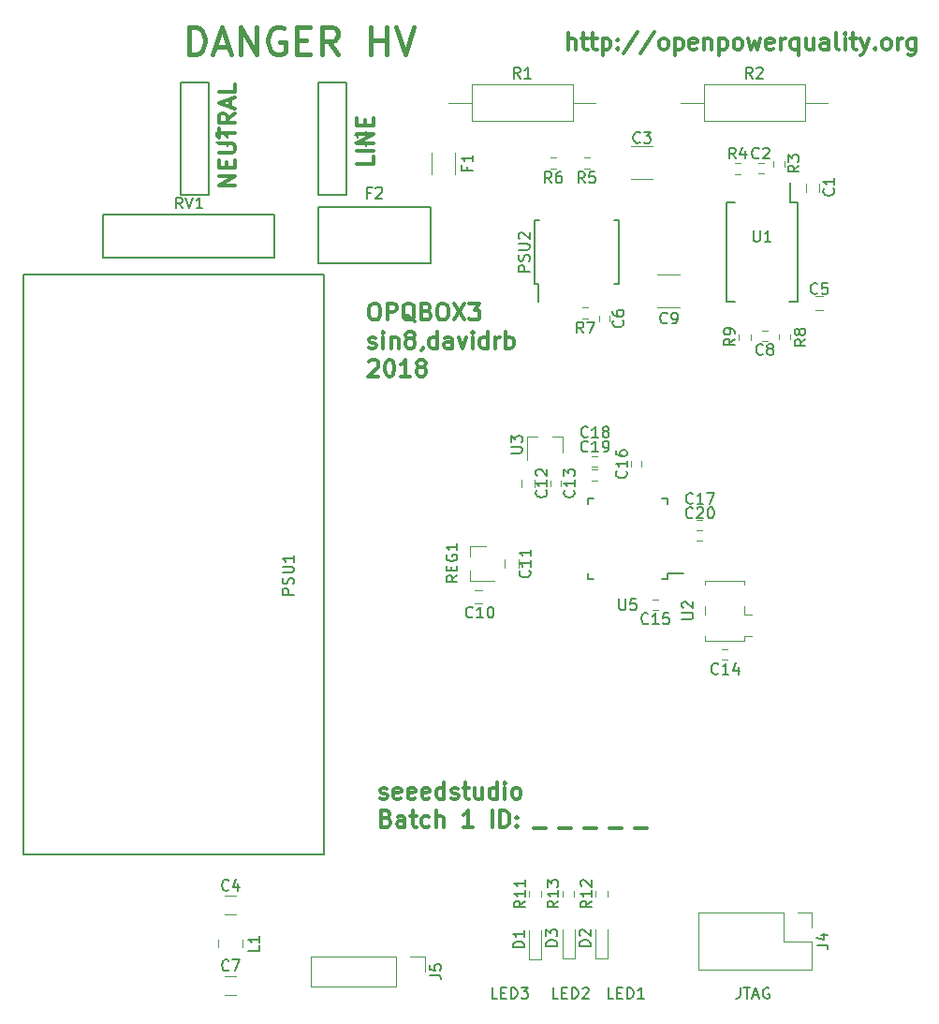
<source format=gbr>
G04 #@! TF.FileFunction,Legend,Top*
%FSLAX46Y46*%
G04 Gerber Fmt 4.6, Leading zero omitted, Abs format (unit mm)*
G04 Created by KiCad (PCBNEW 4.0.7) date Tue Aug  7 16:53:50 2018*
%MOMM*%
%LPD*%
G01*
G04 APERTURE LIST*
%ADD10C,0.100000*%
%ADD11C,0.300000*%
%ADD12C,0.200000*%
%ADD13C,0.400000*%
%ADD14C,0.150000*%
%ADD15C,0.120000*%
G04 APERTURE END LIST*
D10*
D11*
X129285714Y-139332143D02*
X129428571Y-139403571D01*
X129714286Y-139403571D01*
X129857143Y-139332143D01*
X129928571Y-139189286D01*
X129928571Y-139117857D01*
X129857143Y-138975000D01*
X129714286Y-138903571D01*
X129500000Y-138903571D01*
X129357143Y-138832143D01*
X129285714Y-138689286D01*
X129285714Y-138617857D01*
X129357143Y-138475000D01*
X129500000Y-138403571D01*
X129714286Y-138403571D01*
X129857143Y-138475000D01*
X131142857Y-139332143D02*
X131000000Y-139403571D01*
X130714286Y-139403571D01*
X130571429Y-139332143D01*
X130500000Y-139189286D01*
X130500000Y-138617857D01*
X130571429Y-138475000D01*
X130714286Y-138403571D01*
X131000000Y-138403571D01*
X131142857Y-138475000D01*
X131214286Y-138617857D01*
X131214286Y-138760714D01*
X130500000Y-138903571D01*
X132428571Y-139332143D02*
X132285714Y-139403571D01*
X132000000Y-139403571D01*
X131857143Y-139332143D01*
X131785714Y-139189286D01*
X131785714Y-138617857D01*
X131857143Y-138475000D01*
X132000000Y-138403571D01*
X132285714Y-138403571D01*
X132428571Y-138475000D01*
X132500000Y-138617857D01*
X132500000Y-138760714D01*
X131785714Y-138903571D01*
X133714285Y-139332143D02*
X133571428Y-139403571D01*
X133285714Y-139403571D01*
X133142857Y-139332143D01*
X133071428Y-139189286D01*
X133071428Y-138617857D01*
X133142857Y-138475000D01*
X133285714Y-138403571D01*
X133571428Y-138403571D01*
X133714285Y-138475000D01*
X133785714Y-138617857D01*
X133785714Y-138760714D01*
X133071428Y-138903571D01*
X135071428Y-139403571D02*
X135071428Y-137903571D01*
X135071428Y-139332143D02*
X134928571Y-139403571D01*
X134642857Y-139403571D01*
X134499999Y-139332143D01*
X134428571Y-139260714D01*
X134357142Y-139117857D01*
X134357142Y-138689286D01*
X134428571Y-138546429D01*
X134499999Y-138475000D01*
X134642857Y-138403571D01*
X134928571Y-138403571D01*
X135071428Y-138475000D01*
X135714285Y-139332143D02*
X135857142Y-139403571D01*
X136142857Y-139403571D01*
X136285714Y-139332143D01*
X136357142Y-139189286D01*
X136357142Y-139117857D01*
X136285714Y-138975000D01*
X136142857Y-138903571D01*
X135928571Y-138903571D01*
X135785714Y-138832143D01*
X135714285Y-138689286D01*
X135714285Y-138617857D01*
X135785714Y-138475000D01*
X135928571Y-138403571D01*
X136142857Y-138403571D01*
X136285714Y-138475000D01*
X136785714Y-138403571D02*
X137357143Y-138403571D01*
X137000000Y-137903571D02*
X137000000Y-139189286D01*
X137071428Y-139332143D01*
X137214286Y-139403571D01*
X137357143Y-139403571D01*
X138500000Y-138403571D02*
X138500000Y-139403571D01*
X137857143Y-138403571D02*
X137857143Y-139189286D01*
X137928571Y-139332143D01*
X138071429Y-139403571D01*
X138285714Y-139403571D01*
X138428571Y-139332143D01*
X138500000Y-139260714D01*
X139857143Y-139403571D02*
X139857143Y-137903571D01*
X139857143Y-139332143D02*
X139714286Y-139403571D01*
X139428572Y-139403571D01*
X139285714Y-139332143D01*
X139214286Y-139260714D01*
X139142857Y-139117857D01*
X139142857Y-138689286D01*
X139214286Y-138546429D01*
X139285714Y-138475000D01*
X139428572Y-138403571D01*
X139714286Y-138403571D01*
X139857143Y-138475000D01*
X140571429Y-139403571D02*
X140571429Y-138403571D01*
X140571429Y-137903571D02*
X140500000Y-137975000D01*
X140571429Y-138046429D01*
X140642857Y-137975000D01*
X140571429Y-137903571D01*
X140571429Y-138046429D01*
X141500001Y-139403571D02*
X141357143Y-139332143D01*
X141285715Y-139260714D01*
X141214286Y-139117857D01*
X141214286Y-138689286D01*
X141285715Y-138546429D01*
X141357143Y-138475000D01*
X141500001Y-138403571D01*
X141714286Y-138403571D01*
X141857143Y-138475000D01*
X141928572Y-138546429D01*
X142000001Y-138689286D01*
X142000001Y-139117857D01*
X141928572Y-139260714D01*
X141857143Y-139332143D01*
X141714286Y-139403571D01*
X141500001Y-139403571D01*
X129857143Y-141167857D02*
X130071429Y-141239286D01*
X130142857Y-141310714D01*
X130214286Y-141453571D01*
X130214286Y-141667857D01*
X130142857Y-141810714D01*
X130071429Y-141882143D01*
X129928571Y-141953571D01*
X129357143Y-141953571D01*
X129357143Y-140453571D01*
X129857143Y-140453571D01*
X130000000Y-140525000D01*
X130071429Y-140596429D01*
X130142857Y-140739286D01*
X130142857Y-140882143D01*
X130071429Y-141025000D01*
X130000000Y-141096429D01*
X129857143Y-141167857D01*
X129357143Y-141167857D01*
X131500000Y-141953571D02*
X131500000Y-141167857D01*
X131428571Y-141025000D01*
X131285714Y-140953571D01*
X131000000Y-140953571D01*
X130857143Y-141025000D01*
X131500000Y-141882143D02*
X131357143Y-141953571D01*
X131000000Y-141953571D01*
X130857143Y-141882143D01*
X130785714Y-141739286D01*
X130785714Y-141596429D01*
X130857143Y-141453571D01*
X131000000Y-141382143D01*
X131357143Y-141382143D01*
X131500000Y-141310714D01*
X132000000Y-140953571D02*
X132571429Y-140953571D01*
X132214286Y-140453571D02*
X132214286Y-141739286D01*
X132285714Y-141882143D01*
X132428572Y-141953571D01*
X132571429Y-141953571D01*
X133714286Y-141882143D02*
X133571429Y-141953571D01*
X133285715Y-141953571D01*
X133142857Y-141882143D01*
X133071429Y-141810714D01*
X133000000Y-141667857D01*
X133000000Y-141239286D01*
X133071429Y-141096429D01*
X133142857Y-141025000D01*
X133285715Y-140953571D01*
X133571429Y-140953571D01*
X133714286Y-141025000D01*
X134357143Y-141953571D02*
X134357143Y-140453571D01*
X135000000Y-141953571D02*
X135000000Y-141167857D01*
X134928571Y-141025000D01*
X134785714Y-140953571D01*
X134571429Y-140953571D01*
X134428571Y-141025000D01*
X134357143Y-141096429D01*
X137642857Y-141953571D02*
X136785714Y-141953571D01*
X137214286Y-141953571D02*
X137214286Y-140453571D01*
X137071429Y-140667857D01*
X136928571Y-140810714D01*
X136785714Y-140882143D01*
X139428571Y-141953571D02*
X139428571Y-140453571D01*
X140142857Y-141953571D02*
X140142857Y-140453571D01*
X140500000Y-140453571D01*
X140714285Y-140525000D01*
X140857143Y-140667857D01*
X140928571Y-140810714D01*
X141000000Y-141096429D01*
X141000000Y-141310714D01*
X140928571Y-141596429D01*
X140857143Y-141739286D01*
X140714285Y-141882143D01*
X140500000Y-141953571D01*
X140142857Y-141953571D01*
X141642857Y-141810714D02*
X141714285Y-141882143D01*
X141642857Y-141953571D01*
X141571428Y-141882143D01*
X141642857Y-141810714D01*
X141642857Y-141953571D01*
X141642857Y-141025000D02*
X141714285Y-141096429D01*
X141642857Y-141167857D01*
X141571428Y-141096429D01*
X141642857Y-141025000D01*
X141642857Y-141167857D01*
X143142857Y-142096429D02*
X144285714Y-142096429D01*
X145428571Y-142096429D02*
X146571428Y-142096429D01*
X147714285Y-142096429D02*
X148857142Y-142096429D01*
X149999999Y-142096429D02*
X151142856Y-142096429D01*
X152285713Y-142096429D02*
X153428570Y-142096429D01*
D12*
X139880953Y-157452381D02*
X139404762Y-157452381D01*
X139404762Y-156452381D01*
X140214286Y-156928571D02*
X140547620Y-156928571D01*
X140690477Y-157452381D02*
X140214286Y-157452381D01*
X140214286Y-156452381D01*
X140690477Y-156452381D01*
X141119048Y-157452381D02*
X141119048Y-156452381D01*
X141357143Y-156452381D01*
X141500001Y-156500000D01*
X141595239Y-156595238D01*
X141642858Y-156690476D01*
X141690477Y-156880952D01*
X141690477Y-157023810D01*
X141642858Y-157214286D01*
X141595239Y-157309524D01*
X141500001Y-157404762D01*
X141357143Y-157452381D01*
X141119048Y-157452381D01*
X142023810Y-156452381D02*
X142642858Y-156452381D01*
X142309524Y-156833333D01*
X142452382Y-156833333D01*
X142547620Y-156880952D01*
X142595239Y-156928571D01*
X142642858Y-157023810D01*
X142642858Y-157261905D01*
X142595239Y-157357143D01*
X142547620Y-157404762D01*
X142452382Y-157452381D01*
X142166667Y-157452381D01*
X142071429Y-157404762D01*
X142023810Y-157357143D01*
X145380953Y-157452381D02*
X144904762Y-157452381D01*
X144904762Y-156452381D01*
X145714286Y-156928571D02*
X146047620Y-156928571D01*
X146190477Y-157452381D02*
X145714286Y-157452381D01*
X145714286Y-156452381D01*
X146190477Y-156452381D01*
X146619048Y-157452381D02*
X146619048Y-156452381D01*
X146857143Y-156452381D01*
X147000001Y-156500000D01*
X147095239Y-156595238D01*
X147142858Y-156690476D01*
X147190477Y-156880952D01*
X147190477Y-157023810D01*
X147142858Y-157214286D01*
X147095239Y-157309524D01*
X147000001Y-157404762D01*
X146857143Y-157452381D01*
X146619048Y-157452381D01*
X147571429Y-156547619D02*
X147619048Y-156500000D01*
X147714286Y-156452381D01*
X147952382Y-156452381D01*
X148047620Y-156500000D01*
X148095239Y-156547619D01*
X148142858Y-156642857D01*
X148142858Y-156738095D01*
X148095239Y-156880952D01*
X147523810Y-157452381D01*
X148142858Y-157452381D01*
X150380953Y-157452381D02*
X149904762Y-157452381D01*
X149904762Y-156452381D01*
X150714286Y-156928571D02*
X151047620Y-156928571D01*
X151190477Y-157452381D02*
X150714286Y-157452381D01*
X150714286Y-156452381D01*
X151190477Y-156452381D01*
X151619048Y-157452381D02*
X151619048Y-156452381D01*
X151857143Y-156452381D01*
X152000001Y-156500000D01*
X152095239Y-156595238D01*
X152142858Y-156690476D01*
X152190477Y-156880952D01*
X152190477Y-157023810D01*
X152142858Y-157214286D01*
X152095239Y-157309524D01*
X152000001Y-157404762D01*
X151857143Y-157452381D01*
X151619048Y-157452381D01*
X153142858Y-157452381D02*
X152571429Y-157452381D01*
X152857143Y-157452381D02*
X152857143Y-156452381D01*
X152761905Y-156595238D01*
X152666667Y-156690476D01*
X152571429Y-156738095D01*
X161833334Y-156452381D02*
X161833334Y-157166667D01*
X161785714Y-157309524D01*
X161690476Y-157404762D01*
X161547619Y-157452381D01*
X161452381Y-157452381D01*
X162166667Y-156452381D02*
X162738096Y-156452381D01*
X162452381Y-157452381D02*
X162452381Y-156452381D01*
X163023810Y-157166667D02*
X163500001Y-157166667D01*
X162928572Y-157452381D02*
X163261905Y-156452381D01*
X163595239Y-157452381D01*
X164452382Y-156500000D02*
X164357144Y-156452381D01*
X164214287Y-156452381D01*
X164071429Y-156500000D01*
X163976191Y-156595238D01*
X163928572Y-156690476D01*
X163880953Y-156880952D01*
X163880953Y-157023810D01*
X163928572Y-157214286D01*
X163976191Y-157309524D01*
X164071429Y-157404762D01*
X164214287Y-157452381D01*
X164309525Y-157452381D01*
X164452382Y-157404762D01*
X164500001Y-157357143D01*
X164500001Y-157023810D01*
X164309525Y-157023810D01*
D13*
X112000000Y-72130952D02*
X112000000Y-69630952D01*
X112595238Y-69630952D01*
X112952381Y-69750000D01*
X113190476Y-69988095D01*
X113309524Y-70226190D01*
X113428572Y-70702381D01*
X113428572Y-71059524D01*
X113309524Y-71535714D01*
X113190476Y-71773810D01*
X112952381Y-72011905D01*
X112595238Y-72130952D01*
X112000000Y-72130952D01*
X114380952Y-71416667D02*
X115571429Y-71416667D01*
X114142857Y-72130952D02*
X114976191Y-69630952D01*
X115809524Y-72130952D01*
X116642857Y-72130952D02*
X116642857Y-69630952D01*
X118071429Y-72130952D01*
X118071429Y-69630952D01*
X120571429Y-69750000D02*
X120333334Y-69630952D01*
X119976191Y-69630952D01*
X119619048Y-69750000D01*
X119380953Y-69988095D01*
X119261905Y-70226190D01*
X119142857Y-70702381D01*
X119142857Y-71059524D01*
X119261905Y-71535714D01*
X119380953Y-71773810D01*
X119619048Y-72011905D01*
X119976191Y-72130952D01*
X120214286Y-72130952D01*
X120571429Y-72011905D01*
X120690477Y-71892857D01*
X120690477Y-71059524D01*
X120214286Y-71059524D01*
X121761905Y-70821429D02*
X122595238Y-70821429D01*
X122952381Y-72130952D02*
X121761905Y-72130952D01*
X121761905Y-69630952D01*
X122952381Y-69630952D01*
X125452382Y-72130952D02*
X124619048Y-70940476D01*
X124023810Y-72130952D02*
X124023810Y-69630952D01*
X124976191Y-69630952D01*
X125214286Y-69750000D01*
X125333334Y-69869048D01*
X125452382Y-70107143D01*
X125452382Y-70464286D01*
X125333334Y-70702381D01*
X125214286Y-70821429D01*
X124976191Y-70940476D01*
X124023810Y-70940476D01*
X128428572Y-72130952D02*
X128428572Y-69630952D01*
X128428572Y-70821429D02*
X129857144Y-70821429D01*
X129857144Y-72130952D02*
X129857144Y-69630952D01*
X130690477Y-69630952D02*
X131523811Y-72130952D01*
X132357144Y-69630952D01*
D11*
X116178571Y-83964286D02*
X114678571Y-83964286D01*
X116178571Y-83107143D01*
X114678571Y-83107143D01*
X115392857Y-82392857D02*
X115392857Y-81892857D01*
X116178571Y-81678571D02*
X116178571Y-82392857D01*
X114678571Y-82392857D01*
X114678571Y-81678571D01*
X114678571Y-81035714D02*
X115892857Y-81035714D01*
X116035714Y-80964286D01*
X116107143Y-80892857D01*
X116178571Y-80750000D01*
X116178571Y-80464286D01*
X116107143Y-80321428D01*
X116035714Y-80250000D01*
X115892857Y-80178571D01*
X114678571Y-80178571D01*
X114678571Y-79678571D02*
X114678571Y-78821428D01*
X116178571Y-79249999D02*
X114678571Y-79249999D01*
X116178571Y-77464285D02*
X115464286Y-77964285D01*
X116178571Y-78321428D02*
X114678571Y-78321428D01*
X114678571Y-77750000D01*
X114750000Y-77607142D01*
X114821429Y-77535714D01*
X114964286Y-77464285D01*
X115178571Y-77464285D01*
X115321429Y-77535714D01*
X115392857Y-77607142D01*
X115464286Y-77750000D01*
X115464286Y-78321428D01*
X115750000Y-76892857D02*
X115750000Y-76178571D01*
X116178571Y-77035714D02*
X114678571Y-76535714D01*
X116178571Y-76035714D01*
X116178571Y-74821428D02*
X116178571Y-75535714D01*
X114678571Y-75535714D01*
X128678571Y-81357143D02*
X128678571Y-82071429D01*
X127178571Y-82071429D01*
X128678571Y-80857143D02*
X127178571Y-80857143D01*
X128678571Y-80142857D02*
X127178571Y-80142857D01*
X128678571Y-79285714D01*
X127178571Y-79285714D01*
X127892857Y-78571428D02*
X127892857Y-78071428D01*
X128678571Y-77857142D02*
X128678571Y-78571428D01*
X127178571Y-78571428D01*
X127178571Y-77857142D01*
X146321428Y-71678571D02*
X146321428Y-70178571D01*
X146964285Y-71678571D02*
X146964285Y-70892857D01*
X146892856Y-70750000D01*
X146749999Y-70678571D01*
X146535714Y-70678571D01*
X146392856Y-70750000D01*
X146321428Y-70821429D01*
X147464285Y-70678571D02*
X148035714Y-70678571D01*
X147678571Y-70178571D02*
X147678571Y-71464286D01*
X147749999Y-71607143D01*
X147892857Y-71678571D01*
X148035714Y-71678571D01*
X148321428Y-70678571D02*
X148892857Y-70678571D01*
X148535714Y-70178571D02*
X148535714Y-71464286D01*
X148607142Y-71607143D01*
X148750000Y-71678571D01*
X148892857Y-71678571D01*
X149392857Y-70678571D02*
X149392857Y-72178571D01*
X149392857Y-70750000D02*
X149535714Y-70678571D01*
X149821428Y-70678571D01*
X149964285Y-70750000D01*
X150035714Y-70821429D01*
X150107143Y-70964286D01*
X150107143Y-71392857D01*
X150035714Y-71535714D01*
X149964285Y-71607143D01*
X149821428Y-71678571D01*
X149535714Y-71678571D01*
X149392857Y-71607143D01*
X150750000Y-71535714D02*
X150821428Y-71607143D01*
X150750000Y-71678571D01*
X150678571Y-71607143D01*
X150750000Y-71535714D01*
X150750000Y-71678571D01*
X150750000Y-70750000D02*
X150821428Y-70821429D01*
X150750000Y-70892857D01*
X150678571Y-70821429D01*
X150750000Y-70750000D01*
X150750000Y-70892857D01*
X152535714Y-70107143D02*
X151250000Y-72035714D01*
X154107143Y-70107143D02*
X152821429Y-72035714D01*
X154821430Y-71678571D02*
X154678572Y-71607143D01*
X154607144Y-71535714D01*
X154535715Y-71392857D01*
X154535715Y-70964286D01*
X154607144Y-70821429D01*
X154678572Y-70750000D01*
X154821430Y-70678571D01*
X155035715Y-70678571D01*
X155178572Y-70750000D01*
X155250001Y-70821429D01*
X155321430Y-70964286D01*
X155321430Y-71392857D01*
X155250001Y-71535714D01*
X155178572Y-71607143D01*
X155035715Y-71678571D01*
X154821430Y-71678571D01*
X155964287Y-70678571D02*
X155964287Y-72178571D01*
X155964287Y-70750000D02*
X156107144Y-70678571D01*
X156392858Y-70678571D01*
X156535715Y-70750000D01*
X156607144Y-70821429D01*
X156678573Y-70964286D01*
X156678573Y-71392857D01*
X156607144Y-71535714D01*
X156535715Y-71607143D01*
X156392858Y-71678571D01*
X156107144Y-71678571D01*
X155964287Y-71607143D01*
X157892858Y-71607143D02*
X157750001Y-71678571D01*
X157464287Y-71678571D01*
X157321430Y-71607143D01*
X157250001Y-71464286D01*
X157250001Y-70892857D01*
X157321430Y-70750000D01*
X157464287Y-70678571D01*
X157750001Y-70678571D01*
X157892858Y-70750000D01*
X157964287Y-70892857D01*
X157964287Y-71035714D01*
X157250001Y-71178571D01*
X158607144Y-70678571D02*
X158607144Y-71678571D01*
X158607144Y-70821429D02*
X158678572Y-70750000D01*
X158821430Y-70678571D01*
X159035715Y-70678571D01*
X159178572Y-70750000D01*
X159250001Y-70892857D01*
X159250001Y-71678571D01*
X159964287Y-70678571D02*
X159964287Y-72178571D01*
X159964287Y-70750000D02*
X160107144Y-70678571D01*
X160392858Y-70678571D01*
X160535715Y-70750000D01*
X160607144Y-70821429D01*
X160678573Y-70964286D01*
X160678573Y-71392857D01*
X160607144Y-71535714D01*
X160535715Y-71607143D01*
X160392858Y-71678571D01*
X160107144Y-71678571D01*
X159964287Y-71607143D01*
X161535716Y-71678571D02*
X161392858Y-71607143D01*
X161321430Y-71535714D01*
X161250001Y-71392857D01*
X161250001Y-70964286D01*
X161321430Y-70821429D01*
X161392858Y-70750000D01*
X161535716Y-70678571D01*
X161750001Y-70678571D01*
X161892858Y-70750000D01*
X161964287Y-70821429D01*
X162035716Y-70964286D01*
X162035716Y-71392857D01*
X161964287Y-71535714D01*
X161892858Y-71607143D01*
X161750001Y-71678571D01*
X161535716Y-71678571D01*
X162535716Y-70678571D02*
X162821430Y-71678571D01*
X163107144Y-70964286D01*
X163392859Y-71678571D01*
X163678573Y-70678571D01*
X164821430Y-71607143D02*
X164678573Y-71678571D01*
X164392859Y-71678571D01*
X164250002Y-71607143D01*
X164178573Y-71464286D01*
X164178573Y-70892857D01*
X164250002Y-70750000D01*
X164392859Y-70678571D01*
X164678573Y-70678571D01*
X164821430Y-70750000D01*
X164892859Y-70892857D01*
X164892859Y-71035714D01*
X164178573Y-71178571D01*
X165535716Y-71678571D02*
X165535716Y-70678571D01*
X165535716Y-70964286D02*
X165607144Y-70821429D01*
X165678573Y-70750000D01*
X165821430Y-70678571D01*
X165964287Y-70678571D01*
X167107144Y-70678571D02*
X167107144Y-72178571D01*
X167107144Y-71607143D02*
X166964287Y-71678571D01*
X166678573Y-71678571D01*
X166535715Y-71607143D01*
X166464287Y-71535714D01*
X166392858Y-71392857D01*
X166392858Y-70964286D01*
X166464287Y-70821429D01*
X166535715Y-70750000D01*
X166678573Y-70678571D01*
X166964287Y-70678571D01*
X167107144Y-70750000D01*
X168464287Y-70678571D02*
X168464287Y-71678571D01*
X167821430Y-70678571D02*
X167821430Y-71464286D01*
X167892858Y-71607143D01*
X168035716Y-71678571D01*
X168250001Y-71678571D01*
X168392858Y-71607143D01*
X168464287Y-71535714D01*
X169821430Y-71678571D02*
X169821430Y-70892857D01*
X169750001Y-70750000D01*
X169607144Y-70678571D01*
X169321430Y-70678571D01*
X169178573Y-70750000D01*
X169821430Y-71607143D02*
X169678573Y-71678571D01*
X169321430Y-71678571D01*
X169178573Y-71607143D01*
X169107144Y-71464286D01*
X169107144Y-71321429D01*
X169178573Y-71178571D01*
X169321430Y-71107143D01*
X169678573Y-71107143D01*
X169821430Y-71035714D01*
X170750002Y-71678571D02*
X170607144Y-71607143D01*
X170535716Y-71464286D01*
X170535716Y-70178571D01*
X171321430Y-71678571D02*
X171321430Y-70678571D01*
X171321430Y-70178571D02*
X171250001Y-70250000D01*
X171321430Y-70321429D01*
X171392858Y-70250000D01*
X171321430Y-70178571D01*
X171321430Y-70321429D01*
X171821430Y-70678571D02*
X172392859Y-70678571D01*
X172035716Y-70178571D02*
X172035716Y-71464286D01*
X172107144Y-71607143D01*
X172250002Y-71678571D01*
X172392859Y-71678571D01*
X172750002Y-70678571D02*
X173107145Y-71678571D01*
X173464287Y-70678571D02*
X173107145Y-71678571D01*
X172964287Y-72035714D01*
X172892859Y-72107143D01*
X172750002Y-72178571D01*
X174035716Y-71535714D02*
X174107144Y-71607143D01*
X174035716Y-71678571D01*
X173964287Y-71607143D01*
X174035716Y-71535714D01*
X174035716Y-71678571D01*
X174964288Y-71678571D02*
X174821430Y-71607143D01*
X174750002Y-71535714D01*
X174678573Y-71392857D01*
X174678573Y-70964286D01*
X174750002Y-70821429D01*
X174821430Y-70750000D01*
X174964288Y-70678571D01*
X175178573Y-70678571D01*
X175321430Y-70750000D01*
X175392859Y-70821429D01*
X175464288Y-70964286D01*
X175464288Y-71392857D01*
X175392859Y-71535714D01*
X175321430Y-71607143D01*
X175178573Y-71678571D01*
X174964288Y-71678571D01*
X176107145Y-71678571D02*
X176107145Y-70678571D01*
X176107145Y-70964286D02*
X176178573Y-70821429D01*
X176250002Y-70750000D01*
X176392859Y-70678571D01*
X176535716Y-70678571D01*
X177678573Y-70678571D02*
X177678573Y-71892857D01*
X177607144Y-72035714D01*
X177535716Y-72107143D01*
X177392859Y-72178571D01*
X177178573Y-72178571D01*
X177035716Y-72107143D01*
X177678573Y-71607143D02*
X177535716Y-71678571D01*
X177250002Y-71678571D01*
X177107144Y-71607143D01*
X177035716Y-71535714D01*
X176964287Y-71392857D01*
X176964287Y-70964286D01*
X177035716Y-70821429D01*
X177107144Y-70750000D01*
X177250002Y-70678571D01*
X177535716Y-70678571D01*
X177678573Y-70750000D01*
X128642857Y-94628571D02*
X128928571Y-94628571D01*
X129071429Y-94700000D01*
X129214286Y-94842857D01*
X129285714Y-95128571D01*
X129285714Y-95628571D01*
X129214286Y-95914286D01*
X129071429Y-96057143D01*
X128928571Y-96128571D01*
X128642857Y-96128571D01*
X128500000Y-96057143D01*
X128357143Y-95914286D01*
X128285714Y-95628571D01*
X128285714Y-95128571D01*
X128357143Y-94842857D01*
X128500000Y-94700000D01*
X128642857Y-94628571D01*
X129928572Y-96128571D02*
X129928572Y-94628571D01*
X130500000Y-94628571D01*
X130642858Y-94700000D01*
X130714286Y-94771429D01*
X130785715Y-94914286D01*
X130785715Y-95128571D01*
X130714286Y-95271429D01*
X130642858Y-95342857D01*
X130500000Y-95414286D01*
X129928572Y-95414286D01*
X132428572Y-96271429D02*
X132285715Y-96200000D01*
X132142858Y-96057143D01*
X131928572Y-95842857D01*
X131785715Y-95771429D01*
X131642858Y-95771429D01*
X131714286Y-96128571D02*
X131571429Y-96057143D01*
X131428572Y-95914286D01*
X131357143Y-95628571D01*
X131357143Y-95128571D01*
X131428572Y-94842857D01*
X131571429Y-94700000D01*
X131714286Y-94628571D01*
X132000000Y-94628571D01*
X132142858Y-94700000D01*
X132285715Y-94842857D01*
X132357143Y-95128571D01*
X132357143Y-95628571D01*
X132285715Y-95914286D01*
X132142858Y-96057143D01*
X132000000Y-96128571D01*
X131714286Y-96128571D01*
X133500001Y-95342857D02*
X133714287Y-95414286D01*
X133785715Y-95485714D01*
X133857144Y-95628571D01*
X133857144Y-95842857D01*
X133785715Y-95985714D01*
X133714287Y-96057143D01*
X133571429Y-96128571D01*
X133000001Y-96128571D01*
X133000001Y-94628571D01*
X133500001Y-94628571D01*
X133642858Y-94700000D01*
X133714287Y-94771429D01*
X133785715Y-94914286D01*
X133785715Y-95057143D01*
X133714287Y-95200000D01*
X133642858Y-95271429D01*
X133500001Y-95342857D01*
X133000001Y-95342857D01*
X134785715Y-94628571D02*
X135071429Y-94628571D01*
X135214287Y-94700000D01*
X135357144Y-94842857D01*
X135428572Y-95128571D01*
X135428572Y-95628571D01*
X135357144Y-95914286D01*
X135214287Y-96057143D01*
X135071429Y-96128571D01*
X134785715Y-96128571D01*
X134642858Y-96057143D01*
X134500001Y-95914286D01*
X134428572Y-95628571D01*
X134428572Y-95128571D01*
X134500001Y-94842857D01*
X134642858Y-94700000D01*
X134785715Y-94628571D01*
X135928573Y-94628571D02*
X136928573Y-96128571D01*
X136928573Y-94628571D02*
X135928573Y-96128571D01*
X137357144Y-94628571D02*
X138285715Y-94628571D01*
X137785715Y-95200000D01*
X138000001Y-95200000D01*
X138142858Y-95271429D01*
X138214287Y-95342857D01*
X138285715Y-95485714D01*
X138285715Y-95842857D01*
X138214287Y-95985714D01*
X138142858Y-96057143D01*
X138000001Y-96128571D01*
X137571429Y-96128571D01*
X137428572Y-96057143D01*
X137357144Y-95985714D01*
X128285714Y-98607143D02*
X128428571Y-98678571D01*
X128714286Y-98678571D01*
X128857143Y-98607143D01*
X128928571Y-98464286D01*
X128928571Y-98392857D01*
X128857143Y-98250000D01*
X128714286Y-98178571D01*
X128500000Y-98178571D01*
X128357143Y-98107143D01*
X128285714Y-97964286D01*
X128285714Y-97892857D01*
X128357143Y-97750000D01*
X128500000Y-97678571D01*
X128714286Y-97678571D01*
X128857143Y-97750000D01*
X129571429Y-98678571D02*
X129571429Y-97678571D01*
X129571429Y-97178571D02*
X129500000Y-97250000D01*
X129571429Y-97321429D01*
X129642857Y-97250000D01*
X129571429Y-97178571D01*
X129571429Y-97321429D01*
X130285715Y-97678571D02*
X130285715Y-98678571D01*
X130285715Y-97821429D02*
X130357143Y-97750000D01*
X130500001Y-97678571D01*
X130714286Y-97678571D01*
X130857143Y-97750000D01*
X130928572Y-97892857D01*
X130928572Y-98678571D01*
X131857144Y-97821429D02*
X131714286Y-97750000D01*
X131642858Y-97678571D01*
X131571429Y-97535714D01*
X131571429Y-97464286D01*
X131642858Y-97321429D01*
X131714286Y-97250000D01*
X131857144Y-97178571D01*
X132142858Y-97178571D01*
X132285715Y-97250000D01*
X132357144Y-97321429D01*
X132428572Y-97464286D01*
X132428572Y-97535714D01*
X132357144Y-97678571D01*
X132285715Y-97750000D01*
X132142858Y-97821429D01*
X131857144Y-97821429D01*
X131714286Y-97892857D01*
X131642858Y-97964286D01*
X131571429Y-98107143D01*
X131571429Y-98392857D01*
X131642858Y-98535714D01*
X131714286Y-98607143D01*
X131857144Y-98678571D01*
X132142858Y-98678571D01*
X132285715Y-98607143D01*
X132357144Y-98535714D01*
X132428572Y-98392857D01*
X132428572Y-98107143D01*
X132357144Y-97964286D01*
X132285715Y-97892857D01*
X132142858Y-97821429D01*
X133142857Y-98607143D02*
X133142857Y-98678571D01*
X133071429Y-98821429D01*
X133000000Y-98892857D01*
X134428572Y-98678571D02*
X134428572Y-97178571D01*
X134428572Y-98607143D02*
X134285715Y-98678571D01*
X134000001Y-98678571D01*
X133857143Y-98607143D01*
X133785715Y-98535714D01*
X133714286Y-98392857D01*
X133714286Y-97964286D01*
X133785715Y-97821429D01*
X133857143Y-97750000D01*
X134000001Y-97678571D01*
X134285715Y-97678571D01*
X134428572Y-97750000D01*
X135785715Y-98678571D02*
X135785715Y-97892857D01*
X135714286Y-97750000D01*
X135571429Y-97678571D01*
X135285715Y-97678571D01*
X135142858Y-97750000D01*
X135785715Y-98607143D02*
X135642858Y-98678571D01*
X135285715Y-98678571D01*
X135142858Y-98607143D01*
X135071429Y-98464286D01*
X135071429Y-98321429D01*
X135142858Y-98178571D01*
X135285715Y-98107143D01*
X135642858Y-98107143D01*
X135785715Y-98035714D01*
X136357144Y-97678571D02*
X136714287Y-98678571D01*
X137071429Y-97678571D01*
X137642858Y-98678571D02*
X137642858Y-97678571D01*
X137642858Y-97178571D02*
X137571429Y-97250000D01*
X137642858Y-97321429D01*
X137714286Y-97250000D01*
X137642858Y-97178571D01*
X137642858Y-97321429D01*
X139000001Y-98678571D02*
X139000001Y-97178571D01*
X139000001Y-98607143D02*
X138857144Y-98678571D01*
X138571430Y-98678571D01*
X138428572Y-98607143D01*
X138357144Y-98535714D01*
X138285715Y-98392857D01*
X138285715Y-97964286D01*
X138357144Y-97821429D01*
X138428572Y-97750000D01*
X138571430Y-97678571D01*
X138857144Y-97678571D01*
X139000001Y-97750000D01*
X139714287Y-98678571D02*
X139714287Y-97678571D01*
X139714287Y-97964286D02*
X139785715Y-97821429D01*
X139857144Y-97750000D01*
X140000001Y-97678571D01*
X140142858Y-97678571D01*
X140642858Y-98678571D02*
X140642858Y-97178571D01*
X140642858Y-97750000D02*
X140785715Y-97678571D01*
X141071429Y-97678571D01*
X141214286Y-97750000D01*
X141285715Y-97821429D01*
X141357144Y-97964286D01*
X141357144Y-98392857D01*
X141285715Y-98535714D01*
X141214286Y-98607143D01*
X141071429Y-98678571D01*
X140785715Y-98678571D01*
X140642858Y-98607143D01*
X128285714Y-99871429D02*
X128357143Y-99800000D01*
X128500000Y-99728571D01*
X128857143Y-99728571D01*
X129000000Y-99800000D01*
X129071429Y-99871429D01*
X129142857Y-100014286D01*
X129142857Y-100157143D01*
X129071429Y-100371429D01*
X128214286Y-101228571D01*
X129142857Y-101228571D01*
X130071428Y-99728571D02*
X130214285Y-99728571D01*
X130357142Y-99800000D01*
X130428571Y-99871429D01*
X130500000Y-100014286D01*
X130571428Y-100300000D01*
X130571428Y-100657143D01*
X130500000Y-100942857D01*
X130428571Y-101085714D01*
X130357142Y-101157143D01*
X130214285Y-101228571D01*
X130071428Y-101228571D01*
X129928571Y-101157143D01*
X129857142Y-101085714D01*
X129785714Y-100942857D01*
X129714285Y-100657143D01*
X129714285Y-100300000D01*
X129785714Y-100014286D01*
X129857142Y-99871429D01*
X129928571Y-99800000D01*
X130071428Y-99728571D01*
X131999999Y-101228571D02*
X131142856Y-101228571D01*
X131571428Y-101228571D02*
X131571428Y-99728571D01*
X131428571Y-99942857D01*
X131285713Y-100085714D01*
X131142856Y-100157143D01*
X132857142Y-100371429D02*
X132714284Y-100300000D01*
X132642856Y-100228571D01*
X132571427Y-100085714D01*
X132571427Y-100014286D01*
X132642856Y-99871429D01*
X132714284Y-99800000D01*
X132857142Y-99728571D01*
X133142856Y-99728571D01*
X133285713Y-99800000D01*
X133357142Y-99871429D01*
X133428570Y-100014286D01*
X133428570Y-100085714D01*
X133357142Y-100228571D01*
X133285713Y-100300000D01*
X133142856Y-100371429D01*
X132857142Y-100371429D01*
X132714284Y-100442857D01*
X132642856Y-100514286D01*
X132571427Y-100657143D01*
X132571427Y-100942857D01*
X132642856Y-101085714D01*
X132714284Y-101157143D01*
X132857142Y-101228571D01*
X133142856Y-101228571D01*
X133285713Y-101157143D01*
X133357142Y-101085714D01*
X133428570Y-100942857D01*
X133428570Y-100657143D01*
X133357142Y-100514286D01*
X133285713Y-100442857D01*
X133142856Y-100371429D01*
D14*
X97000000Y-144450000D02*
X124200000Y-144450000D01*
X124200000Y-92050000D02*
X97000000Y-92050000D01*
X124200000Y-144450000D02*
X124200000Y-92050000D01*
X97000000Y-92050000D02*
X97000000Y-144450000D01*
D15*
X158050000Y-149670000D02*
X158050000Y-154870000D01*
X165730000Y-149670000D02*
X158050000Y-149670000D01*
X168330000Y-154870000D02*
X158050000Y-154870000D01*
X165730000Y-149670000D02*
X165730000Y-152270000D01*
X165730000Y-152270000D02*
X168330000Y-152270000D01*
X168330000Y-152270000D02*
X168330000Y-154870000D01*
X167000000Y-149670000D02*
X168330000Y-149670000D01*
X168330000Y-149670000D02*
X168330000Y-151000000D01*
X137410000Y-116560000D02*
X137410000Y-117490000D01*
X137410000Y-119720000D02*
X137410000Y-118790000D01*
X137410000Y-119720000D02*
X139570000Y-119720000D01*
X137410000Y-116560000D02*
X138870000Y-116560000D01*
X141770000Y-117790000D02*
X141770000Y-118490000D01*
X140570000Y-118490000D02*
X140570000Y-117790000D01*
X137820000Y-120540000D02*
X138520000Y-120540000D01*
X138520000Y-121740000D02*
X137820000Y-121740000D01*
X137560000Y-74840000D02*
X137560000Y-78160000D01*
X137560000Y-78160000D02*
X146680000Y-78160000D01*
X146680000Y-78160000D02*
X146680000Y-74840000D01*
X146680000Y-74840000D02*
X137560000Y-74840000D01*
X135480000Y-76500000D02*
X137560000Y-76500000D01*
X148760000Y-76500000D02*
X146680000Y-76500000D01*
X158560000Y-74840000D02*
X158560000Y-78160000D01*
X158560000Y-78160000D02*
X167680000Y-78160000D01*
X167680000Y-78160000D02*
X167680000Y-74840000D01*
X167680000Y-74840000D02*
X158560000Y-74840000D01*
X156480000Y-76500000D02*
X158560000Y-76500000D01*
X169760000Y-76500000D02*
X167680000Y-76500000D01*
D14*
X155295000Y-119515000D02*
X155295000Y-119065000D01*
X148045000Y-119515000D02*
X148045000Y-118990000D01*
X148045000Y-112265000D02*
X148045000Y-112790000D01*
X155295000Y-112265000D02*
X155295000Y-112790000D01*
X155295000Y-119515000D02*
X154770000Y-119515000D01*
X155295000Y-112265000D02*
X154770000Y-112265000D01*
X148045000Y-112265000D02*
X148570000Y-112265000D01*
X148045000Y-119515000D02*
X148570000Y-119515000D01*
X155295000Y-119065000D02*
X156670000Y-119065000D01*
D15*
X145750000Y-106630000D02*
X144820000Y-106630000D01*
X142590000Y-106630000D02*
X143520000Y-106630000D01*
X142590000Y-106630000D02*
X142590000Y-108790000D01*
X145750000Y-106630000D02*
X145750000Y-108090000D01*
X145770000Y-147750000D02*
X145770000Y-148250000D01*
X146830000Y-148250000D02*
X146830000Y-147750000D01*
X148770000Y-147750000D02*
X148770000Y-148250000D01*
X149830000Y-148250000D02*
X149830000Y-147750000D01*
X142770000Y-147750000D02*
X142770000Y-148250000D01*
X143830000Y-148250000D02*
X143830000Y-147750000D01*
X161730000Y-97420000D02*
X161730000Y-97920000D01*
X162790000Y-97920000D02*
X162790000Y-97420000D01*
X165340000Y-97400000D02*
X165340000Y-97900000D01*
X166400000Y-97900000D02*
X166400000Y-97400000D01*
X147580000Y-96040000D02*
X148080000Y-96040000D01*
X148080000Y-94980000D02*
X147580000Y-94980000D01*
X144704000Y-82474000D02*
X145204000Y-82474000D01*
X145204000Y-81414000D02*
X144704000Y-81414000D01*
X147704000Y-82474000D02*
X148204000Y-82474000D01*
X148204000Y-81414000D02*
X147704000Y-81414000D01*
X161350000Y-82980000D02*
X161850000Y-82980000D01*
X161850000Y-81920000D02*
X161350000Y-81920000D01*
X164800000Y-81760000D02*
X164800000Y-82260000D01*
X165860000Y-82260000D02*
X165860000Y-81760000D01*
X116850000Y-152150000D02*
X116850000Y-152850000D01*
X114650000Y-152150000D02*
X114650000Y-152850000D01*
X123050000Y-153670000D02*
X123050000Y-156330000D01*
X130730000Y-153670000D02*
X123050000Y-153670000D01*
X130730000Y-156330000D02*
X123050000Y-156330000D01*
X130730000Y-153670000D02*
X130730000Y-156330000D01*
X132000000Y-153670000D02*
X133330000Y-153670000D01*
X133330000Y-153670000D02*
X133330000Y-155000000D01*
D14*
X111230000Y-83560000D02*
X111230000Y-75940000D01*
X111230000Y-75940000D02*
X111230000Y-74670000D01*
X111230000Y-74670000D02*
X113770000Y-74670000D01*
X113770000Y-74670000D02*
X113770000Y-84830000D01*
X113770000Y-84830000D02*
X111230000Y-84830000D01*
X111230000Y-84830000D02*
X111230000Y-83560000D01*
X123730000Y-83560000D02*
X123730000Y-75940000D01*
X123730000Y-75940000D02*
X123730000Y-74670000D01*
X123730000Y-74670000D02*
X126270000Y-74670000D01*
X126270000Y-74670000D02*
X126270000Y-84830000D01*
X126270000Y-84830000D02*
X123730000Y-84830000D01*
X123730000Y-84830000D02*
X123730000Y-83560000D01*
X133830000Y-91040000D02*
X123670000Y-91040000D01*
X123670000Y-91040000D02*
X123670000Y-85960000D01*
X123670000Y-85960000D02*
X133830000Y-85960000D01*
X133830000Y-85960000D02*
X133830000Y-91040000D01*
D15*
X133930000Y-83000000D02*
X133930000Y-81000000D01*
X136070000Y-81000000D02*
X136070000Y-83000000D01*
X145750000Y-153800000D02*
X146850000Y-153800000D01*
X146850000Y-153800000D02*
X146850000Y-151200000D01*
X145750000Y-153800000D02*
X145750000Y-151200000D01*
X148750000Y-153800000D02*
X149850000Y-153800000D01*
X149850000Y-153800000D02*
X149850000Y-151200000D01*
X148750000Y-153800000D02*
X148750000Y-151200000D01*
X142750000Y-153900000D02*
X143850000Y-153900000D01*
X143850000Y-153900000D02*
X143850000Y-151300000D01*
X142750000Y-153900000D02*
X142750000Y-151300000D01*
X158420000Y-115170000D02*
X157920000Y-115170000D01*
X157920000Y-116110000D02*
X158420000Y-116110000D01*
X148920000Y-109670000D02*
X148420000Y-109670000D01*
X148420000Y-110610000D02*
X148920000Y-110610000D01*
X148920000Y-108420000D02*
X148420000Y-108420000D01*
X148420000Y-109360000D02*
X148920000Y-109360000D01*
X158420000Y-114170000D02*
X157920000Y-114170000D01*
X157920000Y-115110000D02*
X158420000Y-115110000D01*
X151950000Y-108890000D02*
X151950000Y-109390000D01*
X152890000Y-109390000D02*
X152890000Y-108890000D01*
X153920000Y-122360000D02*
X154420000Y-122360000D01*
X154420000Y-121420000D02*
X153920000Y-121420000D01*
X160670000Y-125920000D02*
X160170000Y-125920000D01*
X160170000Y-126860000D02*
X160670000Y-126860000D01*
X145640000Y-111140000D02*
X145640000Y-110640000D01*
X144700000Y-110640000D02*
X144700000Y-111140000D01*
X143270000Y-110540000D02*
X143270000Y-111240000D01*
X142070000Y-111240000D02*
X142070000Y-110540000D01*
X156330000Y-92030000D02*
X154330000Y-92030000D01*
X154330000Y-94990000D02*
X156330000Y-94990000D01*
X163810000Y-98040000D02*
X164310000Y-98040000D01*
X164310000Y-97100000D02*
X163810000Y-97100000D01*
X116250000Y-155400000D02*
X115250000Y-155400000D01*
X115250000Y-157100000D02*
X116250000Y-157100000D01*
X150050000Y-96260000D02*
X150050000Y-95760000D01*
X149110000Y-95760000D02*
X149110000Y-96260000D01*
X168650000Y-94000000D02*
X169350000Y-94000000D01*
X169350000Y-95200000D02*
X168650000Y-95200000D01*
X116250000Y-148150000D02*
X115250000Y-148150000D01*
X115250000Y-149850000D02*
X116250000Y-149850000D01*
X153954000Y-80464000D02*
X151954000Y-80464000D01*
X151954000Y-83424000D02*
X153954000Y-83424000D01*
X163520000Y-82920000D02*
X164020000Y-82920000D01*
X164020000Y-81980000D02*
X163520000Y-81980000D01*
X167800000Y-84550000D02*
X167800000Y-83850000D01*
X169000000Y-83850000D02*
X169000000Y-84550000D01*
D14*
X143255000Y-92885000D02*
X143605000Y-92885000D01*
X143255000Y-87135000D02*
X143705000Y-87135000D01*
X150905000Y-87135000D02*
X150455000Y-87135000D01*
X150905000Y-92885000D02*
X150455000Y-92885000D01*
X143255000Y-92885000D02*
X143255000Y-87135000D01*
X150905000Y-92885000D02*
X150905000Y-87135000D01*
X143605000Y-92885000D02*
X143605000Y-94485000D01*
D15*
X158620000Y-120080000D02*
X158620000Y-119690000D01*
X158620000Y-119690000D02*
X162220000Y-119690000D01*
X162220000Y-119690000D02*
X162220000Y-120080000D01*
X158620000Y-122760000D02*
X158620000Y-122020000D01*
X162920000Y-124700000D02*
X162220000Y-124700000D01*
X162220000Y-124700000D02*
X162220000Y-125090000D01*
X162220000Y-125090000D02*
X158620000Y-125090000D01*
X158620000Y-125090000D02*
X158620000Y-124700000D01*
X162220000Y-122020000D02*
X162220000Y-122760000D01*
X162220000Y-122760000D02*
X162920000Y-122760000D01*
D14*
X119750000Y-86600000D02*
X104250000Y-86600000D01*
X119750000Y-90500000D02*
X104250000Y-90500000D01*
X104250000Y-90500000D02*
X104250000Y-86600000D01*
X119750000Y-90500000D02*
X119750000Y-86600000D01*
X167035000Y-89010000D02*
X167035000Y-94510000D01*
X160625000Y-89010000D02*
X160625000Y-94510000D01*
X167035000Y-85510000D02*
X166380000Y-85510000D01*
X167035000Y-94510000D02*
X166285000Y-94510000D01*
X160625000Y-94510000D02*
X161375000Y-94510000D01*
X160625000Y-85510000D02*
X161375000Y-85510000D01*
X167035000Y-85510000D02*
X167035000Y-91010000D01*
X160625000Y-85510000D02*
X160625000Y-91010000D01*
X166380000Y-85510000D02*
X166380000Y-83760000D01*
X121452381Y-120938095D02*
X120452381Y-120938095D01*
X120452381Y-120557142D01*
X120500000Y-120461904D01*
X120547619Y-120414285D01*
X120642857Y-120366666D01*
X120785714Y-120366666D01*
X120880952Y-120414285D01*
X120928571Y-120461904D01*
X120976190Y-120557142D01*
X120976190Y-120938095D01*
X121404762Y-119985714D02*
X121452381Y-119842857D01*
X121452381Y-119604761D01*
X121404762Y-119509523D01*
X121357143Y-119461904D01*
X121261905Y-119414285D01*
X121166667Y-119414285D01*
X121071429Y-119461904D01*
X121023810Y-119509523D01*
X120976190Y-119604761D01*
X120928571Y-119795238D01*
X120880952Y-119890476D01*
X120833333Y-119938095D01*
X120738095Y-119985714D01*
X120642857Y-119985714D01*
X120547619Y-119938095D01*
X120500000Y-119890476D01*
X120452381Y-119795238D01*
X120452381Y-119557142D01*
X120500000Y-119414285D01*
X120452381Y-118985714D02*
X121261905Y-118985714D01*
X121357143Y-118938095D01*
X121404762Y-118890476D01*
X121452381Y-118795238D01*
X121452381Y-118604761D01*
X121404762Y-118509523D01*
X121357143Y-118461904D01*
X121261905Y-118414285D01*
X120452381Y-118414285D01*
X121452381Y-117414285D02*
X121452381Y-117985714D01*
X121452381Y-117700000D02*
X120452381Y-117700000D01*
X120595238Y-117795238D01*
X120690476Y-117890476D01*
X120738095Y-117985714D01*
X168782381Y-152603333D02*
X169496667Y-152603333D01*
X169639524Y-152650953D01*
X169734762Y-152746191D01*
X169782381Y-152889048D01*
X169782381Y-152984286D01*
X169115714Y-151698571D02*
X169782381Y-151698571D01*
X168734762Y-151936667D02*
X169449048Y-152174762D01*
X169449048Y-151555714D01*
X136252381Y-119219047D02*
X135776190Y-119552381D01*
X136252381Y-119790476D02*
X135252381Y-119790476D01*
X135252381Y-119409523D01*
X135300000Y-119314285D01*
X135347619Y-119266666D01*
X135442857Y-119219047D01*
X135585714Y-119219047D01*
X135680952Y-119266666D01*
X135728571Y-119314285D01*
X135776190Y-119409523D01*
X135776190Y-119790476D01*
X135728571Y-118790476D02*
X135728571Y-118457142D01*
X136252381Y-118314285D02*
X136252381Y-118790476D01*
X135252381Y-118790476D01*
X135252381Y-118314285D01*
X135300000Y-117361904D02*
X135252381Y-117457142D01*
X135252381Y-117599999D01*
X135300000Y-117742857D01*
X135395238Y-117838095D01*
X135490476Y-117885714D01*
X135680952Y-117933333D01*
X135823810Y-117933333D01*
X136014286Y-117885714D01*
X136109524Y-117838095D01*
X136204762Y-117742857D01*
X136252381Y-117599999D01*
X136252381Y-117504761D01*
X136204762Y-117361904D01*
X136157143Y-117314285D01*
X135823810Y-117314285D01*
X135823810Y-117504761D01*
X136252381Y-116361904D02*
X136252381Y-116933333D01*
X136252381Y-116647619D02*
X135252381Y-116647619D01*
X135395238Y-116742857D01*
X135490476Y-116838095D01*
X135538095Y-116933333D01*
X142777143Y-118782857D02*
X142824762Y-118830476D01*
X142872381Y-118973333D01*
X142872381Y-119068571D01*
X142824762Y-119211429D01*
X142729524Y-119306667D01*
X142634286Y-119354286D01*
X142443810Y-119401905D01*
X142300952Y-119401905D01*
X142110476Y-119354286D01*
X142015238Y-119306667D01*
X141920000Y-119211429D01*
X141872381Y-119068571D01*
X141872381Y-118973333D01*
X141920000Y-118830476D01*
X141967619Y-118782857D01*
X142872381Y-117830476D02*
X142872381Y-118401905D01*
X142872381Y-118116191D02*
X141872381Y-118116191D01*
X142015238Y-118211429D01*
X142110476Y-118306667D01*
X142158095Y-118401905D01*
X142872381Y-116878095D02*
X142872381Y-117449524D01*
X142872381Y-117163810D02*
X141872381Y-117163810D01*
X142015238Y-117259048D01*
X142110476Y-117354286D01*
X142158095Y-117449524D01*
X137657143Y-122957143D02*
X137609524Y-123004762D01*
X137466667Y-123052381D01*
X137371429Y-123052381D01*
X137228571Y-123004762D01*
X137133333Y-122909524D01*
X137085714Y-122814286D01*
X137038095Y-122623810D01*
X137038095Y-122480952D01*
X137085714Y-122290476D01*
X137133333Y-122195238D01*
X137228571Y-122100000D01*
X137371429Y-122052381D01*
X137466667Y-122052381D01*
X137609524Y-122100000D01*
X137657143Y-122147619D01*
X138609524Y-123052381D02*
X138038095Y-123052381D01*
X138323809Y-123052381D02*
X138323809Y-122052381D01*
X138228571Y-122195238D01*
X138133333Y-122290476D01*
X138038095Y-122338095D01*
X139228571Y-122052381D02*
X139323810Y-122052381D01*
X139419048Y-122100000D01*
X139466667Y-122147619D01*
X139514286Y-122242857D01*
X139561905Y-122433333D01*
X139561905Y-122671429D01*
X139514286Y-122861905D01*
X139466667Y-122957143D01*
X139419048Y-123004762D01*
X139323810Y-123052381D01*
X139228571Y-123052381D01*
X139133333Y-123004762D01*
X139085714Y-122957143D01*
X139038095Y-122861905D01*
X138990476Y-122671429D01*
X138990476Y-122433333D01*
X139038095Y-122242857D01*
X139085714Y-122147619D01*
X139133333Y-122100000D01*
X139228571Y-122052381D01*
X141953334Y-74292381D02*
X141620000Y-73816190D01*
X141381905Y-74292381D02*
X141381905Y-73292381D01*
X141762858Y-73292381D01*
X141858096Y-73340000D01*
X141905715Y-73387619D01*
X141953334Y-73482857D01*
X141953334Y-73625714D01*
X141905715Y-73720952D01*
X141858096Y-73768571D01*
X141762858Y-73816190D01*
X141381905Y-73816190D01*
X142905715Y-74292381D02*
X142334286Y-74292381D01*
X142620000Y-74292381D02*
X142620000Y-73292381D01*
X142524762Y-73435238D01*
X142429524Y-73530476D01*
X142334286Y-73578095D01*
X162953334Y-74292381D02*
X162620000Y-73816190D01*
X162381905Y-74292381D02*
X162381905Y-73292381D01*
X162762858Y-73292381D01*
X162858096Y-73340000D01*
X162905715Y-73387619D01*
X162953334Y-73482857D01*
X162953334Y-73625714D01*
X162905715Y-73720952D01*
X162858096Y-73768571D01*
X162762858Y-73816190D01*
X162381905Y-73816190D01*
X163334286Y-73387619D02*
X163381905Y-73340000D01*
X163477143Y-73292381D01*
X163715239Y-73292381D01*
X163810477Y-73340000D01*
X163858096Y-73387619D01*
X163905715Y-73482857D01*
X163905715Y-73578095D01*
X163858096Y-73720952D01*
X163286667Y-74292381D01*
X163905715Y-74292381D01*
X150908095Y-121342381D02*
X150908095Y-122151905D01*
X150955714Y-122247143D01*
X151003333Y-122294762D01*
X151098571Y-122342381D01*
X151289048Y-122342381D01*
X151384286Y-122294762D01*
X151431905Y-122247143D01*
X151479524Y-122151905D01*
X151479524Y-121342381D01*
X152431905Y-121342381D02*
X151955714Y-121342381D01*
X151908095Y-121818571D01*
X151955714Y-121770952D01*
X152050952Y-121723333D01*
X152289048Y-121723333D01*
X152384286Y-121770952D01*
X152431905Y-121818571D01*
X152479524Y-121913810D01*
X152479524Y-122151905D01*
X152431905Y-122247143D01*
X152384286Y-122294762D01*
X152289048Y-122342381D01*
X152050952Y-122342381D01*
X151955714Y-122294762D01*
X151908095Y-122247143D01*
X141122381Y-108151905D02*
X141931905Y-108151905D01*
X142027143Y-108104286D01*
X142074762Y-108056667D01*
X142122381Y-107961429D01*
X142122381Y-107770952D01*
X142074762Y-107675714D01*
X142027143Y-107628095D01*
X141931905Y-107580476D01*
X141122381Y-107580476D01*
X141122381Y-107199524D02*
X141122381Y-106580476D01*
X141503333Y-106913810D01*
X141503333Y-106770952D01*
X141550952Y-106675714D01*
X141598571Y-106628095D01*
X141693810Y-106580476D01*
X141931905Y-106580476D01*
X142027143Y-106628095D01*
X142074762Y-106675714D01*
X142122381Y-106770952D01*
X142122381Y-107056667D01*
X142074762Y-107151905D01*
X142027143Y-107199524D01*
X145402381Y-148642857D02*
X144926190Y-148976191D01*
X145402381Y-149214286D02*
X144402381Y-149214286D01*
X144402381Y-148833333D01*
X144450000Y-148738095D01*
X144497619Y-148690476D01*
X144592857Y-148642857D01*
X144735714Y-148642857D01*
X144830952Y-148690476D01*
X144878571Y-148738095D01*
X144926190Y-148833333D01*
X144926190Y-149214286D01*
X145402381Y-147690476D02*
X145402381Y-148261905D01*
X145402381Y-147976191D02*
X144402381Y-147976191D01*
X144545238Y-148071429D01*
X144640476Y-148166667D01*
X144688095Y-148261905D01*
X144402381Y-147357143D02*
X144402381Y-146738095D01*
X144783333Y-147071429D01*
X144783333Y-146928571D01*
X144830952Y-146833333D01*
X144878571Y-146785714D01*
X144973810Y-146738095D01*
X145211905Y-146738095D01*
X145307143Y-146785714D01*
X145354762Y-146833333D01*
X145402381Y-146928571D01*
X145402381Y-147214286D01*
X145354762Y-147309524D01*
X145307143Y-147357143D01*
X148402381Y-148642857D02*
X147926190Y-148976191D01*
X148402381Y-149214286D02*
X147402381Y-149214286D01*
X147402381Y-148833333D01*
X147450000Y-148738095D01*
X147497619Y-148690476D01*
X147592857Y-148642857D01*
X147735714Y-148642857D01*
X147830952Y-148690476D01*
X147878571Y-148738095D01*
X147926190Y-148833333D01*
X147926190Y-149214286D01*
X148402381Y-147690476D02*
X148402381Y-148261905D01*
X148402381Y-147976191D02*
X147402381Y-147976191D01*
X147545238Y-148071429D01*
X147640476Y-148166667D01*
X147688095Y-148261905D01*
X147497619Y-147309524D02*
X147450000Y-147261905D01*
X147402381Y-147166667D01*
X147402381Y-146928571D01*
X147450000Y-146833333D01*
X147497619Y-146785714D01*
X147592857Y-146738095D01*
X147688095Y-146738095D01*
X147830952Y-146785714D01*
X148402381Y-147357143D01*
X148402381Y-146738095D01*
X142402381Y-148642857D02*
X141926190Y-148976191D01*
X142402381Y-149214286D02*
X141402381Y-149214286D01*
X141402381Y-148833333D01*
X141450000Y-148738095D01*
X141497619Y-148690476D01*
X141592857Y-148642857D01*
X141735714Y-148642857D01*
X141830952Y-148690476D01*
X141878571Y-148738095D01*
X141926190Y-148833333D01*
X141926190Y-149214286D01*
X142402381Y-147690476D02*
X142402381Y-148261905D01*
X142402381Y-147976191D02*
X141402381Y-147976191D01*
X141545238Y-148071429D01*
X141640476Y-148166667D01*
X141688095Y-148261905D01*
X142402381Y-146738095D02*
X142402381Y-147309524D01*
X142402381Y-147023810D02*
X141402381Y-147023810D01*
X141545238Y-147119048D01*
X141640476Y-147214286D01*
X141688095Y-147309524D01*
X161362381Y-97836666D02*
X160886190Y-98170000D01*
X161362381Y-98408095D02*
X160362381Y-98408095D01*
X160362381Y-98027142D01*
X160410000Y-97931904D01*
X160457619Y-97884285D01*
X160552857Y-97836666D01*
X160695714Y-97836666D01*
X160790952Y-97884285D01*
X160838571Y-97931904D01*
X160886190Y-98027142D01*
X160886190Y-98408095D01*
X161362381Y-97360476D02*
X161362381Y-97170000D01*
X161314762Y-97074761D01*
X161267143Y-97027142D01*
X161124286Y-96931904D01*
X160933810Y-96884285D01*
X160552857Y-96884285D01*
X160457619Y-96931904D01*
X160410000Y-96979523D01*
X160362381Y-97074761D01*
X160362381Y-97265238D01*
X160410000Y-97360476D01*
X160457619Y-97408095D01*
X160552857Y-97455714D01*
X160790952Y-97455714D01*
X160886190Y-97408095D01*
X160933810Y-97360476D01*
X160981429Y-97265238D01*
X160981429Y-97074761D01*
X160933810Y-96979523D01*
X160886190Y-96931904D01*
X160790952Y-96884285D01*
X167752381Y-97866666D02*
X167276190Y-98200000D01*
X167752381Y-98438095D02*
X166752381Y-98438095D01*
X166752381Y-98057142D01*
X166800000Y-97961904D01*
X166847619Y-97914285D01*
X166942857Y-97866666D01*
X167085714Y-97866666D01*
X167180952Y-97914285D01*
X167228571Y-97961904D01*
X167276190Y-98057142D01*
X167276190Y-98438095D01*
X167180952Y-97295238D02*
X167133333Y-97390476D01*
X167085714Y-97438095D01*
X166990476Y-97485714D01*
X166942857Y-97485714D01*
X166847619Y-97438095D01*
X166800000Y-97390476D01*
X166752381Y-97295238D01*
X166752381Y-97104761D01*
X166800000Y-97009523D01*
X166847619Y-96961904D01*
X166942857Y-96914285D01*
X166990476Y-96914285D01*
X167085714Y-96961904D01*
X167133333Y-97009523D01*
X167180952Y-97104761D01*
X167180952Y-97295238D01*
X167228571Y-97390476D01*
X167276190Y-97438095D01*
X167371429Y-97485714D01*
X167561905Y-97485714D01*
X167657143Y-97438095D01*
X167704762Y-97390476D01*
X167752381Y-97295238D01*
X167752381Y-97104761D01*
X167704762Y-97009523D01*
X167657143Y-96961904D01*
X167561905Y-96914285D01*
X167371429Y-96914285D01*
X167276190Y-96961904D01*
X167228571Y-97009523D01*
X167180952Y-97104761D01*
X147663334Y-97312381D02*
X147330000Y-96836190D01*
X147091905Y-97312381D02*
X147091905Y-96312381D01*
X147472858Y-96312381D01*
X147568096Y-96360000D01*
X147615715Y-96407619D01*
X147663334Y-96502857D01*
X147663334Y-96645714D01*
X147615715Y-96740952D01*
X147568096Y-96788571D01*
X147472858Y-96836190D01*
X147091905Y-96836190D01*
X147996667Y-96312381D02*
X148663334Y-96312381D01*
X148234762Y-97312381D01*
X144787334Y-83746381D02*
X144454000Y-83270190D01*
X144215905Y-83746381D02*
X144215905Y-82746381D01*
X144596858Y-82746381D01*
X144692096Y-82794000D01*
X144739715Y-82841619D01*
X144787334Y-82936857D01*
X144787334Y-83079714D01*
X144739715Y-83174952D01*
X144692096Y-83222571D01*
X144596858Y-83270190D01*
X144215905Y-83270190D01*
X145644477Y-82746381D02*
X145454000Y-82746381D01*
X145358762Y-82794000D01*
X145311143Y-82841619D01*
X145215905Y-82984476D01*
X145168286Y-83174952D01*
X145168286Y-83555905D01*
X145215905Y-83651143D01*
X145263524Y-83698762D01*
X145358762Y-83746381D01*
X145549239Y-83746381D01*
X145644477Y-83698762D01*
X145692096Y-83651143D01*
X145739715Y-83555905D01*
X145739715Y-83317810D01*
X145692096Y-83222571D01*
X145644477Y-83174952D01*
X145549239Y-83127333D01*
X145358762Y-83127333D01*
X145263524Y-83174952D01*
X145215905Y-83222571D01*
X145168286Y-83317810D01*
X147787334Y-83746381D02*
X147454000Y-83270190D01*
X147215905Y-83746381D02*
X147215905Y-82746381D01*
X147596858Y-82746381D01*
X147692096Y-82794000D01*
X147739715Y-82841619D01*
X147787334Y-82936857D01*
X147787334Y-83079714D01*
X147739715Y-83174952D01*
X147692096Y-83222571D01*
X147596858Y-83270190D01*
X147215905Y-83270190D01*
X148692096Y-82746381D02*
X148215905Y-82746381D01*
X148168286Y-83222571D01*
X148215905Y-83174952D01*
X148311143Y-83127333D01*
X148549239Y-83127333D01*
X148644477Y-83174952D01*
X148692096Y-83222571D01*
X148739715Y-83317810D01*
X148739715Y-83555905D01*
X148692096Y-83651143D01*
X148644477Y-83698762D01*
X148549239Y-83746381D01*
X148311143Y-83746381D01*
X148215905Y-83698762D01*
X148168286Y-83651143D01*
X161433334Y-81552381D02*
X161100000Y-81076190D01*
X160861905Y-81552381D02*
X160861905Y-80552381D01*
X161242858Y-80552381D01*
X161338096Y-80600000D01*
X161385715Y-80647619D01*
X161433334Y-80742857D01*
X161433334Y-80885714D01*
X161385715Y-80980952D01*
X161338096Y-81028571D01*
X161242858Y-81076190D01*
X160861905Y-81076190D01*
X162290477Y-80885714D02*
X162290477Y-81552381D01*
X162052381Y-80504762D02*
X161814286Y-81219048D01*
X162433334Y-81219048D01*
X167152381Y-82166666D02*
X166676190Y-82500000D01*
X167152381Y-82738095D02*
X166152381Y-82738095D01*
X166152381Y-82357142D01*
X166200000Y-82261904D01*
X166247619Y-82214285D01*
X166342857Y-82166666D01*
X166485714Y-82166666D01*
X166580952Y-82214285D01*
X166628571Y-82261904D01*
X166676190Y-82357142D01*
X166676190Y-82738095D01*
X166152381Y-81833333D02*
X166152381Y-81214285D01*
X166533333Y-81547619D01*
X166533333Y-81404761D01*
X166580952Y-81309523D01*
X166628571Y-81261904D01*
X166723810Y-81214285D01*
X166961905Y-81214285D01*
X167057143Y-81261904D01*
X167104762Y-81309523D01*
X167152381Y-81404761D01*
X167152381Y-81690476D01*
X167104762Y-81785714D01*
X167057143Y-81833333D01*
X118352381Y-152666666D02*
X118352381Y-153142857D01*
X117352381Y-153142857D01*
X118352381Y-151809523D02*
X118352381Y-152380952D01*
X118352381Y-152095238D02*
X117352381Y-152095238D01*
X117495238Y-152190476D01*
X117590476Y-152285714D01*
X117638095Y-152380952D01*
X133782381Y-155333333D02*
X134496667Y-155333333D01*
X134639524Y-155380953D01*
X134734762Y-155476191D01*
X134782381Y-155619048D01*
X134782381Y-155714286D01*
X133782381Y-154380952D02*
X133782381Y-154857143D01*
X134258571Y-154904762D01*
X134210952Y-154857143D01*
X134163333Y-154761905D01*
X134163333Y-154523809D01*
X134210952Y-154428571D01*
X134258571Y-154380952D01*
X134353810Y-154333333D01*
X134591905Y-154333333D01*
X134687143Y-154380952D01*
X134734762Y-154428571D01*
X134782381Y-154523809D01*
X134782381Y-154761905D01*
X134734762Y-154857143D01*
X134687143Y-154904762D01*
X114492381Y-80083333D02*
X115206667Y-80083333D01*
X115349524Y-80130953D01*
X115444762Y-80226191D01*
X115492381Y-80369048D01*
X115492381Y-80464286D01*
X114587619Y-79654762D02*
X114540000Y-79607143D01*
X114492381Y-79511905D01*
X114492381Y-79273809D01*
X114540000Y-79178571D01*
X114587619Y-79130952D01*
X114682857Y-79083333D01*
X114778095Y-79083333D01*
X114920952Y-79130952D01*
X115492381Y-79702381D01*
X115492381Y-79083333D01*
X126992381Y-80083333D02*
X127706667Y-80083333D01*
X127849524Y-80130953D01*
X127944762Y-80226191D01*
X127992381Y-80369048D01*
X127992381Y-80464286D01*
X127992381Y-79083333D02*
X127992381Y-79654762D01*
X127992381Y-79369048D02*
X126992381Y-79369048D01*
X127135238Y-79464286D01*
X127230476Y-79559524D01*
X127278095Y-79654762D01*
X128416667Y-84618571D02*
X128083333Y-84618571D01*
X128083333Y-85142381D02*
X128083333Y-84142381D01*
X128559524Y-84142381D01*
X128892857Y-84237619D02*
X128940476Y-84190000D01*
X129035714Y-84142381D01*
X129273810Y-84142381D01*
X129369048Y-84190000D01*
X129416667Y-84237619D01*
X129464286Y-84332857D01*
X129464286Y-84428095D01*
X129416667Y-84570952D01*
X128845238Y-85142381D01*
X129464286Y-85142381D01*
X137128571Y-82283333D02*
X137128571Y-82616667D01*
X137652381Y-82616667D02*
X136652381Y-82616667D01*
X136652381Y-82140476D01*
X137652381Y-81235714D02*
X137652381Y-81807143D01*
X137652381Y-81521429D02*
X136652381Y-81521429D01*
X136795238Y-81616667D01*
X136890476Y-81711905D01*
X136938095Y-81807143D01*
X145302381Y-152738095D02*
X144302381Y-152738095D01*
X144302381Y-152500000D01*
X144350000Y-152357142D01*
X144445238Y-152261904D01*
X144540476Y-152214285D01*
X144730952Y-152166666D01*
X144873810Y-152166666D01*
X145064286Y-152214285D01*
X145159524Y-152261904D01*
X145254762Y-152357142D01*
X145302381Y-152500000D01*
X145302381Y-152738095D01*
X144302381Y-151833333D02*
X144302381Y-151214285D01*
X144683333Y-151547619D01*
X144683333Y-151404761D01*
X144730952Y-151309523D01*
X144778571Y-151261904D01*
X144873810Y-151214285D01*
X145111905Y-151214285D01*
X145207143Y-151261904D01*
X145254762Y-151309523D01*
X145302381Y-151404761D01*
X145302381Y-151690476D01*
X145254762Y-151785714D01*
X145207143Y-151833333D01*
X148302381Y-152738095D02*
X147302381Y-152738095D01*
X147302381Y-152500000D01*
X147350000Y-152357142D01*
X147445238Y-152261904D01*
X147540476Y-152214285D01*
X147730952Y-152166666D01*
X147873810Y-152166666D01*
X148064286Y-152214285D01*
X148159524Y-152261904D01*
X148254762Y-152357142D01*
X148302381Y-152500000D01*
X148302381Y-152738095D01*
X147397619Y-151785714D02*
X147350000Y-151738095D01*
X147302381Y-151642857D01*
X147302381Y-151404761D01*
X147350000Y-151309523D01*
X147397619Y-151261904D01*
X147492857Y-151214285D01*
X147588095Y-151214285D01*
X147730952Y-151261904D01*
X148302381Y-151833333D01*
X148302381Y-151214285D01*
X142302381Y-152838095D02*
X141302381Y-152838095D01*
X141302381Y-152600000D01*
X141350000Y-152457142D01*
X141445238Y-152361904D01*
X141540476Y-152314285D01*
X141730952Y-152266666D01*
X141873810Y-152266666D01*
X142064286Y-152314285D01*
X142159524Y-152361904D01*
X142254762Y-152457142D01*
X142302381Y-152600000D01*
X142302381Y-152838095D01*
X142302381Y-151314285D02*
X142302381Y-151885714D01*
X142302381Y-151600000D02*
X141302381Y-151600000D01*
X141445238Y-151695238D01*
X141540476Y-151790476D01*
X141588095Y-151885714D01*
X157557143Y-113957143D02*
X157509524Y-114004762D01*
X157366667Y-114052381D01*
X157271429Y-114052381D01*
X157128571Y-114004762D01*
X157033333Y-113909524D01*
X156985714Y-113814286D01*
X156938095Y-113623810D01*
X156938095Y-113480952D01*
X156985714Y-113290476D01*
X157033333Y-113195238D01*
X157128571Y-113100000D01*
X157271429Y-113052381D01*
X157366667Y-113052381D01*
X157509524Y-113100000D01*
X157557143Y-113147619D01*
X157938095Y-113147619D02*
X157985714Y-113100000D01*
X158080952Y-113052381D01*
X158319048Y-113052381D01*
X158414286Y-113100000D01*
X158461905Y-113147619D01*
X158509524Y-113242857D01*
X158509524Y-113338095D01*
X158461905Y-113480952D01*
X157890476Y-114052381D01*
X158509524Y-114052381D01*
X159128571Y-113052381D02*
X159223810Y-113052381D01*
X159319048Y-113100000D01*
X159366667Y-113147619D01*
X159414286Y-113242857D01*
X159461905Y-113433333D01*
X159461905Y-113671429D01*
X159414286Y-113861905D01*
X159366667Y-113957143D01*
X159319048Y-114004762D01*
X159223810Y-114052381D01*
X159128571Y-114052381D01*
X159033333Y-114004762D01*
X158985714Y-113957143D01*
X158938095Y-113861905D01*
X158890476Y-113671429D01*
X158890476Y-113433333D01*
X158938095Y-113242857D01*
X158985714Y-113147619D01*
X159033333Y-113100000D01*
X159128571Y-113052381D01*
X148057143Y-107957143D02*
X148009524Y-108004762D01*
X147866667Y-108052381D01*
X147771429Y-108052381D01*
X147628571Y-108004762D01*
X147533333Y-107909524D01*
X147485714Y-107814286D01*
X147438095Y-107623810D01*
X147438095Y-107480952D01*
X147485714Y-107290476D01*
X147533333Y-107195238D01*
X147628571Y-107100000D01*
X147771429Y-107052381D01*
X147866667Y-107052381D01*
X148009524Y-107100000D01*
X148057143Y-107147619D01*
X149009524Y-108052381D02*
X148438095Y-108052381D01*
X148723809Y-108052381D02*
X148723809Y-107052381D01*
X148628571Y-107195238D01*
X148533333Y-107290476D01*
X148438095Y-107338095D01*
X149485714Y-108052381D02*
X149676190Y-108052381D01*
X149771429Y-108004762D01*
X149819048Y-107957143D01*
X149914286Y-107814286D01*
X149961905Y-107623810D01*
X149961905Y-107242857D01*
X149914286Y-107147619D01*
X149866667Y-107100000D01*
X149771429Y-107052381D01*
X149580952Y-107052381D01*
X149485714Y-107100000D01*
X149438095Y-107147619D01*
X149390476Y-107242857D01*
X149390476Y-107480952D01*
X149438095Y-107576190D01*
X149485714Y-107623810D01*
X149580952Y-107671429D01*
X149771429Y-107671429D01*
X149866667Y-107623810D01*
X149914286Y-107576190D01*
X149961905Y-107480952D01*
X148057143Y-106657143D02*
X148009524Y-106704762D01*
X147866667Y-106752381D01*
X147771429Y-106752381D01*
X147628571Y-106704762D01*
X147533333Y-106609524D01*
X147485714Y-106514286D01*
X147438095Y-106323810D01*
X147438095Y-106180952D01*
X147485714Y-105990476D01*
X147533333Y-105895238D01*
X147628571Y-105800000D01*
X147771429Y-105752381D01*
X147866667Y-105752381D01*
X148009524Y-105800000D01*
X148057143Y-105847619D01*
X149009524Y-106752381D02*
X148438095Y-106752381D01*
X148723809Y-106752381D02*
X148723809Y-105752381D01*
X148628571Y-105895238D01*
X148533333Y-105990476D01*
X148438095Y-106038095D01*
X149580952Y-106180952D02*
X149485714Y-106133333D01*
X149438095Y-106085714D01*
X149390476Y-105990476D01*
X149390476Y-105942857D01*
X149438095Y-105847619D01*
X149485714Y-105800000D01*
X149580952Y-105752381D01*
X149771429Y-105752381D01*
X149866667Y-105800000D01*
X149914286Y-105847619D01*
X149961905Y-105942857D01*
X149961905Y-105990476D01*
X149914286Y-106085714D01*
X149866667Y-106133333D01*
X149771429Y-106180952D01*
X149580952Y-106180952D01*
X149485714Y-106228571D01*
X149438095Y-106276190D01*
X149390476Y-106371429D01*
X149390476Y-106561905D01*
X149438095Y-106657143D01*
X149485714Y-106704762D01*
X149580952Y-106752381D01*
X149771429Y-106752381D01*
X149866667Y-106704762D01*
X149914286Y-106657143D01*
X149961905Y-106561905D01*
X149961905Y-106371429D01*
X149914286Y-106276190D01*
X149866667Y-106228571D01*
X149771429Y-106180952D01*
X157557143Y-112657143D02*
X157509524Y-112704762D01*
X157366667Y-112752381D01*
X157271429Y-112752381D01*
X157128571Y-112704762D01*
X157033333Y-112609524D01*
X156985714Y-112514286D01*
X156938095Y-112323810D01*
X156938095Y-112180952D01*
X156985714Y-111990476D01*
X157033333Y-111895238D01*
X157128571Y-111800000D01*
X157271429Y-111752381D01*
X157366667Y-111752381D01*
X157509524Y-111800000D01*
X157557143Y-111847619D01*
X158509524Y-112752381D02*
X157938095Y-112752381D01*
X158223809Y-112752381D02*
X158223809Y-111752381D01*
X158128571Y-111895238D01*
X158033333Y-111990476D01*
X157938095Y-112038095D01*
X158842857Y-111752381D02*
X159509524Y-111752381D01*
X159080952Y-112752381D01*
X151507143Y-109782857D02*
X151554762Y-109830476D01*
X151602381Y-109973333D01*
X151602381Y-110068571D01*
X151554762Y-110211429D01*
X151459524Y-110306667D01*
X151364286Y-110354286D01*
X151173810Y-110401905D01*
X151030952Y-110401905D01*
X150840476Y-110354286D01*
X150745238Y-110306667D01*
X150650000Y-110211429D01*
X150602381Y-110068571D01*
X150602381Y-109973333D01*
X150650000Y-109830476D01*
X150697619Y-109782857D01*
X151602381Y-108830476D02*
X151602381Y-109401905D01*
X151602381Y-109116191D02*
X150602381Y-109116191D01*
X150745238Y-109211429D01*
X150840476Y-109306667D01*
X150888095Y-109401905D01*
X150602381Y-107973333D02*
X150602381Y-108163810D01*
X150650000Y-108259048D01*
X150697619Y-108306667D01*
X150840476Y-108401905D01*
X151030952Y-108449524D01*
X151411905Y-108449524D01*
X151507143Y-108401905D01*
X151554762Y-108354286D01*
X151602381Y-108259048D01*
X151602381Y-108068571D01*
X151554762Y-107973333D01*
X151507143Y-107925714D01*
X151411905Y-107878095D01*
X151173810Y-107878095D01*
X151078571Y-107925714D01*
X151030952Y-107973333D01*
X150983333Y-108068571D01*
X150983333Y-108259048D01*
X151030952Y-108354286D01*
X151078571Y-108401905D01*
X151173810Y-108449524D01*
X153527143Y-123517143D02*
X153479524Y-123564762D01*
X153336667Y-123612381D01*
X153241429Y-123612381D01*
X153098571Y-123564762D01*
X153003333Y-123469524D01*
X152955714Y-123374286D01*
X152908095Y-123183810D01*
X152908095Y-123040952D01*
X152955714Y-122850476D01*
X153003333Y-122755238D01*
X153098571Y-122660000D01*
X153241429Y-122612381D01*
X153336667Y-122612381D01*
X153479524Y-122660000D01*
X153527143Y-122707619D01*
X154479524Y-123612381D02*
X153908095Y-123612381D01*
X154193809Y-123612381D02*
X154193809Y-122612381D01*
X154098571Y-122755238D01*
X154003333Y-122850476D01*
X153908095Y-122898095D01*
X155384286Y-122612381D02*
X154908095Y-122612381D01*
X154860476Y-123088571D01*
X154908095Y-123040952D01*
X155003333Y-122993333D01*
X155241429Y-122993333D01*
X155336667Y-123040952D01*
X155384286Y-123088571D01*
X155431905Y-123183810D01*
X155431905Y-123421905D01*
X155384286Y-123517143D01*
X155336667Y-123564762D01*
X155241429Y-123612381D01*
X155003333Y-123612381D01*
X154908095Y-123564762D01*
X154860476Y-123517143D01*
X159857143Y-128057143D02*
X159809524Y-128104762D01*
X159666667Y-128152381D01*
X159571429Y-128152381D01*
X159428571Y-128104762D01*
X159333333Y-128009524D01*
X159285714Y-127914286D01*
X159238095Y-127723810D01*
X159238095Y-127580952D01*
X159285714Y-127390476D01*
X159333333Y-127295238D01*
X159428571Y-127200000D01*
X159571429Y-127152381D01*
X159666667Y-127152381D01*
X159809524Y-127200000D01*
X159857143Y-127247619D01*
X160809524Y-128152381D02*
X160238095Y-128152381D01*
X160523809Y-128152381D02*
X160523809Y-127152381D01*
X160428571Y-127295238D01*
X160333333Y-127390476D01*
X160238095Y-127438095D01*
X161666667Y-127485714D02*
X161666667Y-128152381D01*
X161428571Y-127104762D02*
X161190476Y-127819048D01*
X161809524Y-127819048D01*
X146797143Y-111532857D02*
X146844762Y-111580476D01*
X146892381Y-111723333D01*
X146892381Y-111818571D01*
X146844762Y-111961429D01*
X146749524Y-112056667D01*
X146654286Y-112104286D01*
X146463810Y-112151905D01*
X146320952Y-112151905D01*
X146130476Y-112104286D01*
X146035238Y-112056667D01*
X145940000Y-111961429D01*
X145892381Y-111818571D01*
X145892381Y-111723333D01*
X145940000Y-111580476D01*
X145987619Y-111532857D01*
X146892381Y-110580476D02*
X146892381Y-111151905D01*
X146892381Y-110866191D02*
X145892381Y-110866191D01*
X146035238Y-110961429D01*
X146130476Y-111056667D01*
X146178095Y-111151905D01*
X145892381Y-110247143D02*
X145892381Y-109628095D01*
X146273333Y-109961429D01*
X146273333Y-109818571D01*
X146320952Y-109723333D01*
X146368571Y-109675714D01*
X146463810Y-109628095D01*
X146701905Y-109628095D01*
X146797143Y-109675714D01*
X146844762Y-109723333D01*
X146892381Y-109818571D01*
X146892381Y-110104286D01*
X146844762Y-110199524D01*
X146797143Y-110247143D01*
X144277143Y-111532857D02*
X144324762Y-111580476D01*
X144372381Y-111723333D01*
X144372381Y-111818571D01*
X144324762Y-111961429D01*
X144229524Y-112056667D01*
X144134286Y-112104286D01*
X143943810Y-112151905D01*
X143800952Y-112151905D01*
X143610476Y-112104286D01*
X143515238Y-112056667D01*
X143420000Y-111961429D01*
X143372381Y-111818571D01*
X143372381Y-111723333D01*
X143420000Y-111580476D01*
X143467619Y-111532857D01*
X144372381Y-110580476D02*
X144372381Y-111151905D01*
X144372381Y-110866191D02*
X143372381Y-110866191D01*
X143515238Y-110961429D01*
X143610476Y-111056667D01*
X143658095Y-111151905D01*
X143467619Y-110199524D02*
X143420000Y-110151905D01*
X143372381Y-110056667D01*
X143372381Y-109818571D01*
X143420000Y-109723333D01*
X143467619Y-109675714D01*
X143562857Y-109628095D01*
X143658095Y-109628095D01*
X143800952Y-109675714D01*
X144372381Y-110247143D01*
X144372381Y-109628095D01*
X155233334Y-96357143D02*
X155185715Y-96404762D01*
X155042858Y-96452381D01*
X154947620Y-96452381D01*
X154804762Y-96404762D01*
X154709524Y-96309524D01*
X154661905Y-96214286D01*
X154614286Y-96023810D01*
X154614286Y-95880952D01*
X154661905Y-95690476D01*
X154709524Y-95595238D01*
X154804762Y-95500000D01*
X154947620Y-95452381D01*
X155042858Y-95452381D01*
X155185715Y-95500000D01*
X155233334Y-95547619D01*
X155709524Y-96452381D02*
X155900000Y-96452381D01*
X155995239Y-96404762D01*
X156042858Y-96357143D01*
X156138096Y-96214286D01*
X156185715Y-96023810D01*
X156185715Y-95642857D01*
X156138096Y-95547619D01*
X156090477Y-95500000D01*
X155995239Y-95452381D01*
X155804762Y-95452381D01*
X155709524Y-95500000D01*
X155661905Y-95547619D01*
X155614286Y-95642857D01*
X155614286Y-95880952D01*
X155661905Y-95976190D01*
X155709524Y-96023810D01*
X155804762Y-96071429D01*
X155995239Y-96071429D01*
X156090477Y-96023810D01*
X156138096Y-95976190D01*
X156185715Y-95880952D01*
X163893334Y-99197143D02*
X163845715Y-99244762D01*
X163702858Y-99292381D01*
X163607620Y-99292381D01*
X163464762Y-99244762D01*
X163369524Y-99149524D01*
X163321905Y-99054286D01*
X163274286Y-98863810D01*
X163274286Y-98720952D01*
X163321905Y-98530476D01*
X163369524Y-98435238D01*
X163464762Y-98340000D01*
X163607620Y-98292381D01*
X163702858Y-98292381D01*
X163845715Y-98340000D01*
X163893334Y-98387619D01*
X164464762Y-98720952D02*
X164369524Y-98673333D01*
X164321905Y-98625714D01*
X164274286Y-98530476D01*
X164274286Y-98482857D01*
X164321905Y-98387619D01*
X164369524Y-98340000D01*
X164464762Y-98292381D01*
X164655239Y-98292381D01*
X164750477Y-98340000D01*
X164798096Y-98387619D01*
X164845715Y-98482857D01*
X164845715Y-98530476D01*
X164798096Y-98625714D01*
X164750477Y-98673333D01*
X164655239Y-98720952D01*
X164464762Y-98720952D01*
X164369524Y-98768571D01*
X164321905Y-98816190D01*
X164274286Y-98911429D01*
X164274286Y-99101905D01*
X164321905Y-99197143D01*
X164369524Y-99244762D01*
X164464762Y-99292381D01*
X164655239Y-99292381D01*
X164750477Y-99244762D01*
X164798096Y-99197143D01*
X164845715Y-99101905D01*
X164845715Y-98911429D01*
X164798096Y-98816190D01*
X164750477Y-98768571D01*
X164655239Y-98720952D01*
X115583334Y-154857143D02*
X115535715Y-154904762D01*
X115392858Y-154952381D01*
X115297620Y-154952381D01*
X115154762Y-154904762D01*
X115059524Y-154809524D01*
X115011905Y-154714286D01*
X114964286Y-154523810D01*
X114964286Y-154380952D01*
X115011905Y-154190476D01*
X115059524Y-154095238D01*
X115154762Y-154000000D01*
X115297620Y-153952381D01*
X115392858Y-153952381D01*
X115535715Y-154000000D01*
X115583334Y-154047619D01*
X115916667Y-153952381D02*
X116583334Y-153952381D01*
X116154762Y-154952381D01*
X151207143Y-96176666D02*
X151254762Y-96224285D01*
X151302381Y-96367142D01*
X151302381Y-96462380D01*
X151254762Y-96605238D01*
X151159524Y-96700476D01*
X151064286Y-96748095D01*
X150873810Y-96795714D01*
X150730952Y-96795714D01*
X150540476Y-96748095D01*
X150445238Y-96700476D01*
X150350000Y-96605238D01*
X150302381Y-96462380D01*
X150302381Y-96367142D01*
X150350000Y-96224285D01*
X150397619Y-96176666D01*
X150302381Y-95319523D02*
X150302381Y-95510000D01*
X150350000Y-95605238D01*
X150397619Y-95652857D01*
X150540476Y-95748095D01*
X150730952Y-95795714D01*
X151111905Y-95795714D01*
X151207143Y-95748095D01*
X151254762Y-95700476D01*
X151302381Y-95605238D01*
X151302381Y-95414761D01*
X151254762Y-95319523D01*
X151207143Y-95271904D01*
X151111905Y-95224285D01*
X150873810Y-95224285D01*
X150778571Y-95271904D01*
X150730952Y-95319523D01*
X150683333Y-95414761D01*
X150683333Y-95605238D01*
X150730952Y-95700476D01*
X150778571Y-95748095D01*
X150873810Y-95795714D01*
X168833334Y-93707143D02*
X168785715Y-93754762D01*
X168642858Y-93802381D01*
X168547620Y-93802381D01*
X168404762Y-93754762D01*
X168309524Y-93659524D01*
X168261905Y-93564286D01*
X168214286Y-93373810D01*
X168214286Y-93230952D01*
X168261905Y-93040476D01*
X168309524Y-92945238D01*
X168404762Y-92850000D01*
X168547620Y-92802381D01*
X168642858Y-92802381D01*
X168785715Y-92850000D01*
X168833334Y-92897619D01*
X169738096Y-92802381D02*
X169261905Y-92802381D01*
X169214286Y-93278571D01*
X169261905Y-93230952D01*
X169357143Y-93183333D01*
X169595239Y-93183333D01*
X169690477Y-93230952D01*
X169738096Y-93278571D01*
X169785715Y-93373810D01*
X169785715Y-93611905D01*
X169738096Y-93707143D01*
X169690477Y-93754762D01*
X169595239Y-93802381D01*
X169357143Y-93802381D01*
X169261905Y-93754762D01*
X169214286Y-93707143D01*
X115583334Y-147607143D02*
X115535715Y-147654762D01*
X115392858Y-147702381D01*
X115297620Y-147702381D01*
X115154762Y-147654762D01*
X115059524Y-147559524D01*
X115011905Y-147464286D01*
X114964286Y-147273810D01*
X114964286Y-147130952D01*
X115011905Y-146940476D01*
X115059524Y-146845238D01*
X115154762Y-146750000D01*
X115297620Y-146702381D01*
X115392858Y-146702381D01*
X115535715Y-146750000D01*
X115583334Y-146797619D01*
X116440477Y-147035714D02*
X116440477Y-147702381D01*
X116202381Y-146654762D02*
X115964286Y-147369048D01*
X116583334Y-147369048D01*
X152787334Y-80051143D02*
X152739715Y-80098762D01*
X152596858Y-80146381D01*
X152501620Y-80146381D01*
X152358762Y-80098762D01*
X152263524Y-80003524D01*
X152215905Y-79908286D01*
X152168286Y-79717810D01*
X152168286Y-79574952D01*
X152215905Y-79384476D01*
X152263524Y-79289238D01*
X152358762Y-79194000D01*
X152501620Y-79146381D01*
X152596858Y-79146381D01*
X152739715Y-79194000D01*
X152787334Y-79241619D01*
X153120667Y-79146381D02*
X153739715Y-79146381D01*
X153406381Y-79527333D01*
X153549239Y-79527333D01*
X153644477Y-79574952D01*
X153692096Y-79622571D01*
X153739715Y-79717810D01*
X153739715Y-79955905D01*
X153692096Y-80051143D01*
X153644477Y-80098762D01*
X153549239Y-80146381D01*
X153263524Y-80146381D01*
X153168286Y-80098762D01*
X153120667Y-80051143D01*
X163533334Y-81457143D02*
X163485715Y-81504762D01*
X163342858Y-81552381D01*
X163247620Y-81552381D01*
X163104762Y-81504762D01*
X163009524Y-81409524D01*
X162961905Y-81314286D01*
X162914286Y-81123810D01*
X162914286Y-80980952D01*
X162961905Y-80790476D01*
X163009524Y-80695238D01*
X163104762Y-80600000D01*
X163247620Y-80552381D01*
X163342858Y-80552381D01*
X163485715Y-80600000D01*
X163533334Y-80647619D01*
X163914286Y-80647619D02*
X163961905Y-80600000D01*
X164057143Y-80552381D01*
X164295239Y-80552381D01*
X164390477Y-80600000D01*
X164438096Y-80647619D01*
X164485715Y-80742857D01*
X164485715Y-80838095D01*
X164438096Y-80980952D01*
X163866667Y-81552381D01*
X164485715Y-81552381D01*
X170257143Y-84266666D02*
X170304762Y-84314285D01*
X170352381Y-84457142D01*
X170352381Y-84552380D01*
X170304762Y-84695238D01*
X170209524Y-84790476D01*
X170114286Y-84838095D01*
X169923810Y-84885714D01*
X169780952Y-84885714D01*
X169590476Y-84838095D01*
X169495238Y-84790476D01*
X169400000Y-84695238D01*
X169352381Y-84552380D01*
X169352381Y-84457142D01*
X169400000Y-84314285D01*
X169447619Y-84266666D01*
X170352381Y-83314285D02*
X170352381Y-83885714D01*
X170352381Y-83600000D02*
X169352381Y-83600000D01*
X169495238Y-83695238D01*
X169590476Y-83790476D01*
X169638095Y-83885714D01*
X142782381Y-91748095D02*
X141782381Y-91748095D01*
X141782381Y-91367142D01*
X141830000Y-91271904D01*
X141877619Y-91224285D01*
X141972857Y-91176666D01*
X142115714Y-91176666D01*
X142210952Y-91224285D01*
X142258571Y-91271904D01*
X142306190Y-91367142D01*
X142306190Y-91748095D01*
X142734762Y-90795714D02*
X142782381Y-90652857D01*
X142782381Y-90414761D01*
X142734762Y-90319523D01*
X142687143Y-90271904D01*
X142591905Y-90224285D01*
X142496667Y-90224285D01*
X142401429Y-90271904D01*
X142353810Y-90319523D01*
X142306190Y-90414761D01*
X142258571Y-90605238D01*
X142210952Y-90700476D01*
X142163333Y-90748095D01*
X142068095Y-90795714D01*
X141972857Y-90795714D01*
X141877619Y-90748095D01*
X141830000Y-90700476D01*
X141782381Y-90605238D01*
X141782381Y-90367142D01*
X141830000Y-90224285D01*
X141782381Y-89795714D02*
X142591905Y-89795714D01*
X142687143Y-89748095D01*
X142734762Y-89700476D01*
X142782381Y-89605238D01*
X142782381Y-89414761D01*
X142734762Y-89319523D01*
X142687143Y-89271904D01*
X142591905Y-89224285D01*
X141782381Y-89224285D01*
X141877619Y-88795714D02*
X141830000Y-88748095D01*
X141782381Y-88652857D01*
X141782381Y-88414761D01*
X141830000Y-88319523D01*
X141877619Y-88271904D01*
X141972857Y-88224285D01*
X142068095Y-88224285D01*
X142210952Y-88271904D01*
X142782381Y-88843333D01*
X142782381Y-88224285D01*
X156572381Y-123151905D02*
X157381905Y-123151905D01*
X157477143Y-123104286D01*
X157524762Y-123056667D01*
X157572381Y-122961429D01*
X157572381Y-122770952D01*
X157524762Y-122675714D01*
X157477143Y-122628095D01*
X157381905Y-122580476D01*
X156572381Y-122580476D01*
X156667619Y-122151905D02*
X156620000Y-122104286D01*
X156572381Y-122009048D01*
X156572381Y-121770952D01*
X156620000Y-121675714D01*
X156667619Y-121628095D01*
X156762857Y-121580476D01*
X156858095Y-121580476D01*
X157000952Y-121628095D01*
X157572381Y-122199524D01*
X157572381Y-121580476D01*
X111404762Y-86052381D02*
X111071428Y-85576190D01*
X110833333Y-86052381D02*
X110833333Y-85052381D01*
X111214286Y-85052381D01*
X111309524Y-85100000D01*
X111357143Y-85147619D01*
X111404762Y-85242857D01*
X111404762Y-85385714D01*
X111357143Y-85480952D01*
X111309524Y-85528571D01*
X111214286Y-85576190D01*
X110833333Y-85576190D01*
X111690476Y-85052381D02*
X112023809Y-86052381D01*
X112357143Y-85052381D01*
X113214286Y-86052381D02*
X112642857Y-86052381D01*
X112928571Y-86052381D02*
X112928571Y-85052381D01*
X112833333Y-85195238D01*
X112738095Y-85290476D01*
X112642857Y-85338095D01*
X163038095Y-88052381D02*
X163038095Y-88861905D01*
X163085714Y-88957143D01*
X163133333Y-89004762D01*
X163228571Y-89052381D01*
X163419048Y-89052381D01*
X163514286Y-89004762D01*
X163561905Y-88957143D01*
X163609524Y-88861905D01*
X163609524Y-88052381D01*
X164609524Y-89052381D02*
X164038095Y-89052381D01*
X164323809Y-89052381D02*
X164323809Y-88052381D01*
X164228571Y-88195238D01*
X164133333Y-88290476D01*
X164038095Y-88338095D01*
M02*

</source>
